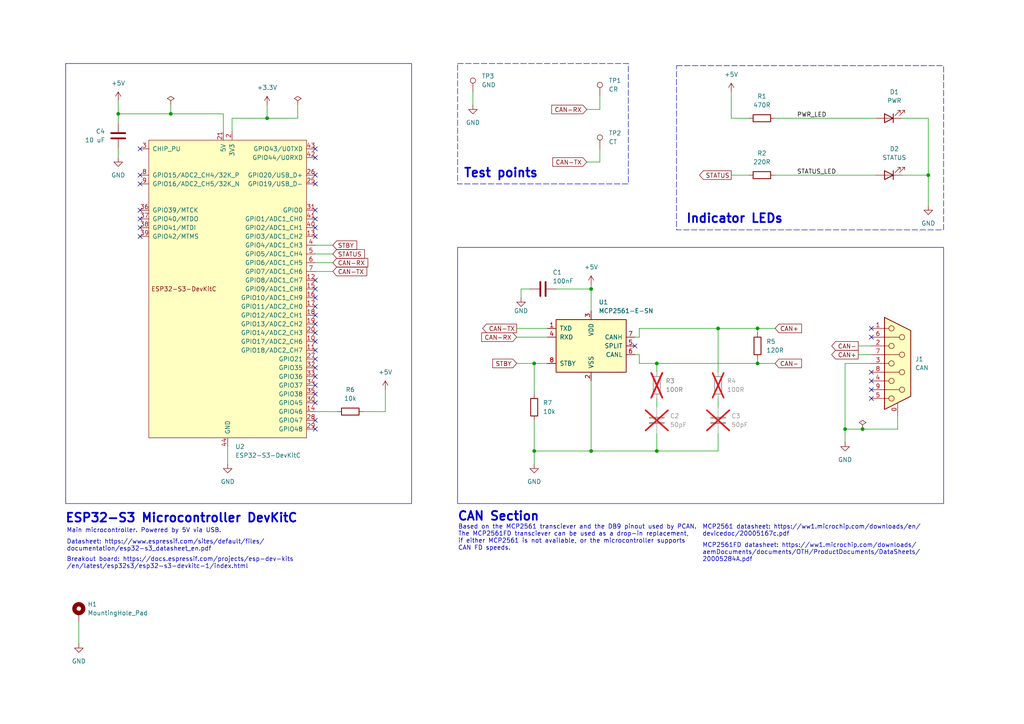
<source format=kicad_sch>
(kicad_sch (version 20250114) (generator "eeschema") (generator_version "9.0")
  (paper "A4")
  (title_block (title "CAN-DAQ PCB") (date "2024-12-23") (rev "1.0") (company "Vellore Institute of Technhology"))
  (lib_symbols
    (symbol "+5V_1" (power) (pin_numbers (hide yes)) (pin_names (offset 0) (hide yes))
      (property "Value" "+5V" (at 0 3.556 0))
      (symbol "+5V_1_0_1"
        (polyline (pts (xy -0.762 1.27) (xy 0 2.54)))
        (polyline (pts (xy 0 2.54) (xy 0.762 1.27)))
        (polyline (pts (xy 0 0) (xy 0 2.54)))
      )
      (symbol "+5V_1_1_1"
        (pin power_in line (at 0 0 90) (length 0) (name "~") (number "1"))
      )
    )
    (symbol "Connector:DE9_Receptacle_MountingHoles" (pin_names (offset 1.016) (hide yes))
      (property "Reference" "J" (at 0 16.51 0))
      (property "Value" "DE9_Receptacle_MountingHoles" (at 0 14.605 0))
      (symbol "DE9_Receptacle_MountingHoles_0_1"
        (polyline (pts (xy -3.81 13.335) (xy -3.81 -13.335) (xy 3.81 -9.525) (xy 3.81 9.525) (xy -3.81 13.335)) (stroke (width 0.254)) (fill (type background)))
        (polyline (pts (xy -3.81 10.16) (xy -2.54 10.16)))
        (polyline (pts (xy -3.81 7.62) (xy 0.508 7.62)))
        (polyline (pts (xy -3.81 5.08) (xy -2.54 5.08)))
        (polyline (pts (xy -3.81 2.54) (xy 0.508 2.54)))
        (polyline (pts (xy -3.81 0) (xy -2.54 0)))
        (polyline (pts (xy -3.81 -2.54) (xy 0.508 -2.54)))
        (polyline (pts (xy -3.81 -5.08) (xy -2.54 -5.08)))
        (polyline (pts (xy -3.81 -7.62) (xy 0.508 -7.62)))
        (polyline (pts (xy -3.81 -10.16) (xy -2.54 -10.16)))
        (circle (center -1.778 10.16) (radius 0.762))
        (circle (center -1.778 5.08) (radius 0.762))
        (circle (center -1.778 0) (radius 0.762))
        (circle (center -1.778 -5.08) (radius 0.762))
        (circle (center -1.778 -10.16) (radius 0.762))
        (circle (center 1.27 7.62) (radius 0.762))
        (circle (center 1.27 2.54) (radius 0.762))
        (circle (center 1.27 -2.54) (radius 0.762))
        (circle (center 1.27 -7.62) (radius 0.762))
      )
      (symbol "DE9_Receptacle_MountingHoles_1_1"
        (pin passive line (at -7.62 10.16 0) (length 3.81) (name "1") (number "1"))
        (pin passive line (at -7.62 7.62 0) (length 3.81) (name "6") (number "6"))
        (pin passive line (at -7.62 5.08 0) (length 3.81) (name "2") (number "2"))
        (pin passive line (at -7.62 2.54 0) (length 3.81) (name "7") (number "7"))
        (pin passive line (at -7.62 0 0) (length 3.81) (name "3") (number "3"))
        (pin passive line (at -7.62 -2.54 0) (length 3.81) (name "8") (number "8"))
        (pin passive line (at -7.62 -5.08 0) (length 3.81) (name "4") (number "4"))
        (pin passive line (at -7.62 -7.62 0) (length 3.81) (name "9") (number "9"))
        (pin passive line (at -7.62 -10.16 0) (length 3.81) (name "5") (number "5"))
        (pin passive line (at 0 -15.24 90) (length 3.81) (name "PAD") (number "0"))
      )
    )
    (symbol "Connector:TestPoint" (pin_numbers (hide yes)) (pin_names (offset 0.762) (hide yes))
      (property "Reference" "TP" (at 0 6.858 0))
      (property "Value" "TestPoint" (at 0 5.08 0))
      (symbol "TestPoint_0_1"
        (circle (center 0 3.302) (radius 0.762))
      )
      (symbol "TestPoint_1_1"
        (pin passive line (at 0 0 90) (length 2.54) (name "1") (number "1"))
      )
    )
    (symbol "Device:C" (pin_numbers (hide yes)) (pin_names (offset 0.254))
      (property "Reference" "C" (at 0.635 2.54 0))
      (property "Value" "C" (at 0.635 -2.54 0))
      (symbol "C_0_1"
        (polyline (pts (xy -2.032 0.762) (xy 2.032 0.762)) (stroke (width 0.508)))
        (polyline (pts (xy -2.032 -0.762) (xy 2.032 -0.762)) (stroke (width 0.508)))
      )
      (symbol "C_1_1"
        (pin passive line (at 0 3.81 270) (length 2.794) (name "~") (number "1"))
        (pin passive line (at 0 -3.81 90) (length 2.794) (name "~") (number "2"))
      )
    )
    (symbol "Device:LED" (pin_numbers (hide yes)) (pin_names (offset 1.016) (hide yes))
      (property "Reference" "D" (at 0 2.54 0))
      (property "Value" "LED" (at 0 -2.54 0))
      (symbol "LED_0_1"
        (polyline (pts (xy -3.048 -0.762) (xy -4.572 -2.286) (xy -3.81 -2.286) (xy -4.572 -2.286) (xy -4.572 -1.524)))
        (polyline (pts (xy -1.778 -0.762) (xy -3.302 -2.286) (xy -2.54 -2.286) (xy -3.302 -2.286) (xy -3.302 -1.524)))
        (polyline (pts (xy -1.27 0) (xy 1.27 0)))
        (polyline (pts (xy -1.27 -1.27) (xy -1.27 1.27)) (stroke (width 0.254)))
        (polyline (pts (xy 1.27 -1.27) (xy 1.27 1.27) (xy -1.27 0) (xy 1.27 -1.27)) (stroke (width 0.254)))
      )
      (symbol "LED_1_1"
        (pin passive line (at -3.81 0 0) (length 2.54) (name "K") (number "1"))
        (pin passive line (at 3.81 0 180) (length 2.54) (name "A") (number "2"))
      )
    )
    (symbol "Device:R" (pin_numbers (hide yes)) (pin_names (offset 0))
      (property "Reference" "R" (at 2.032 0 90))
      (property "Value" "R" (at 0 0 90))
      (symbol "R_0_1"
        (rectangle (start -1.016 -2.54) (end 1.016 2.54) (stroke (width 0.254)))
      )
      (symbol "R_1_1"
        (pin passive line (at 0 3.81 270) (length 1.27) (name "~") (number "1"))
        (pin passive line (at 0 -3.81 90) (length 1.27) (name "~") (number "2"))
      )
    )
    (symbol "GND_1" (power) (pin_numbers (hide yes)) (pin_names (offset 0) (hide yes))
      (property "Value" "GND" (at 0 -3.81 0))
      (symbol "GND_1_0_1"
        (polyline (pts (xy 0 0) (xy 0 -1.27) (xy 1.27 -1.27) (xy 0 -2.54) (xy -1.27 -1.27) (xy 0 -1.27)))
      )
      (symbol "GND_1_1_1"
        (pin power_in line (at 0 0 270) (length 0) (name "~") (number "1"))
      )
    )
    (symbol "Interface_CAN_LIN:MCP2561-E-SN" (pin_names (offset 1.016))
      (property "Reference" "U" (at -10.16 8.89 0))
      (property "Value" "MCP2561-E-SN" (at 2.54 8.89 0))
      (symbol "MCP2561-E-SN_0_1"
        (rectangle (start -10.16 7.62) (end 10.16 -7.62) (stroke (width 0.254)) (fill (type background)))
      )
      (symbol "MCP2561-E-SN_1_1"
        (pin input line (at -12.7 5.08 0) (length 2.54) (name "TXD") (number "1"))
        (pin output line (at -12.7 2.54 0) (length 2.54) (name "RXD") (number "4"))
        (pin input line (at -12.7 -5.08 0) (length 2.54) (name "STBY") (number "8"))
        (pin power_in line (at 0 10.16 270) (length 2.54) (name "VDD") (number "3"))
        (pin power_in line (at 0 -10.16 90) (length 2.54) (name "VSS") (number "2"))
        (pin bidirectional line (at 12.7 2.54 180) (length 2.54) (name "CANH") (number "7"))
        (pin passive line (at 12.7 0 180) (length 2.54) (name "SPLIT") (number "5"))
        (pin bidirectional line (at 12.7 -2.54 180) (length 2.54) (name "CANL") (number "6"))
      )
    )
    (symbol "Mechanical:MountingHole_Pad" (pin_numbers (hide yes)) (pin_names (offset 1.016) (hide yes)) (exclude_from_sim yes) (in_bom no)
      (property "Reference" "H" (at 0 6.35 0))
      (property "Value" "MountingHole_Pad" (at 0 4.445 0))
      (symbol "MountingHole_Pad_0_1"
        (circle (center 0 1.27) (radius 1.27) (stroke (width 1.27)))
      )
      (symbol "MountingHole_Pad_1_1"
        (pin input line (at 0 -2.54 90) (length 2.54) (name "1") (number "1"))
      )
    )
    (symbol "PCM_Espressif:ESP32-S3-DevKitC" (pin_names (offset 1.016))
      (property "Reference" "U" (at -22.86 48.26 0))
      (property "Value" "ESP32-S3-DevKitC" (at -22.86 45.72 0))
      (symbol "ESP32-S3-DevKitC_0_0"
        (text "ESP32-S3-DevKitC" (at -12.7 0 0) (effects (font (size 1.27 1.27))))
        (pin bidirectional line (at -25.4 15.24 0) (length 2.54) (name "GPIO42/MTMS") (number "39"))
        (pin power_in line (at 0 -45.72 90) (length 2.54) (name "GND") (number "44"))
        (pin bidirectional line (at 25.4 40.64 180) (length 2.54) (name "GPIO43/U0TXD") (number "43"))
        (pin bidirectional line (at 25.4 38.1 180) (length 2.54) (name "GPIO44/U0RXD") (number "42"))
        (pin bidirectional line (at 25.4 20.32 180) (length 2.54) (name "GPIO1/ADC1_CH0") (number "41"))
        (pin bidirectional line (at 25.4 17.78 180) (length 2.54) (name "GPIO2/ADC1_CH1") (number "40"))
        (pin bidirectional line (at 25.4 -10.16 180) (length 2.54) (name "GPIO13/ADC2_CH2") (number "19"))
        (pin bidirectional line (at 25.4 -35.56 180) (length 2.54) (name "GPIO46") (number "14"))
      )
      (symbol "ESP32-S3-DevKitC_0_1"
        (rectangle (start -22.86 43.18) (end 22.86 -43.18) (fill (type background)))
        (pin power_in line (at 1.27 45.72 270) (length 2.54) (name "3V3") (number "2"))
      )
      (symbol "ESP32-S3-DevKitC_1_1"
        (pin input line (at -25.4 40.64 0) (length 2.54) (name "CHIP_PU") (number "3"))
        (pin bidirectional line (at -25.4 33.02 0) (length 2.54) (name "GPIO15/ADC2_CH4/32K_P") (number "8"))
        (pin bidirectional line (at -25.4 30.48 0) (length 2.54) (name "GPIO16/ADC2_CH5/32K_N") (number "9"))
        (pin bidirectional line (at -25.4 22.86 0) (length 2.54) (name "GPIO39/MTCK") (number "36"))
        (pin bidirectional line (at -25.4 20.32 0) (length 2.54) (name "GPIO40/MTDO") (number "37"))
        (pin bidirectional line (at -25.4 17.78 0) (length 2.54) (name "GPIO41/MTDI") (number "38"))
        (pin power_in line (at -1.27 45.72 270) (length 2.54) (name "5V") (number "21"))
        (pin passive line (at 0 -45.72 90) (length 2.54) (hide yes) (name "GND") (number "22"))
        (pin passive line (at 0 -45.72 90) (length 2.54) (hide yes) (name "GND") (number "23"))
        (pin passive line (at 0 -45.72 90) (length 2.54) (hide yes) (name "GND") (number "24"))
        (pin passive line (at 1.27 45.72 270) (length 2.54) (hide yes) (name "3V3") (number "1"))
        (pin bidirectional line (at 25.4 33.02 180) (length 2.54) (name "GPIO20/USB_D+") (number "26"))
        (pin bidirectional line (at 25.4 30.48 180) (length 2.54) (name "GPIO19/USB_D-") (number "25"))
        (pin bidirectional line (at 25.4 22.86 180) (length 2.54) (name "GPIO0") (number "31"))
        (pin bidirectional line (at 25.4 15.24 180) (length 2.54) (name "GPIO3/ADC1_CH2") (number "13"))
        (pin bidirectional line (at 25.4 12.7 180) (length 2.54) (name "GPIO4/ADC1_CH3") (number "4"))
        (pin bidirectional line (at 25.4 10.16 180) (length 2.54) (name "GPIO5/ADC1_CH4") (number "5"))
        (pin bidirectional line (at 25.4 7.62 180) (length 2.54) (name "GPIO6/ADC1_CH5") (number "6"))
        (pin bidirectional line (at 25.4 5.08 180) (length 2.54) (name "GPIO7/ADC1_CH6") (number "7"))
        (pin bidirectional line (at 25.4 2.54 180) (length 2.54) (name "GPIO8/ADC1_CH7") (number "12"))
        (pin bidirectional line (at 25.4 0 180) (length 2.54) (name "GPIO9/ADC1_CH8") (number "15"))
        (pin bidirectional line (at 25.4 -2.54 180) (length 2.54) (name "GPIO10/ADC1_CH9") (number "16"))
        (pin bidirectional line (at 25.4 -5.08 180) (length 2.54) (name "GPIO11/ADC2_CH0") (number "17"))
        (pin bidirectional line (at 25.4 -7.62 180) (length 2.54) (name "GPIO12/ADC2_CH1") (number "18"))
        (pin bidirectional line (at 25.4 -12.7 180) (length 2.54) (name "GPIO14/ADC2_CH3") (number "20"))
        (pin bidirectional line (at 25.4 -15.24 180) (length 2.54) (name "GPIO17/ADC2_CH6") (number "10"))
        (pin bidirectional line (at 25.4 -17.78 180) (length 2.54) (name "GPIO18/ADC2_CH7") (number "11"))
        (pin bidirectional line (at 25.4 -20.32 180) (length 2.54) (name "GPIO21") (number "27"))
        (pin bidirectional line (at 25.4 -22.86 180) (length 2.54) (name "GPIO35") (number "32"))
        (pin bidirectional line (at 25.4 -25.4 180) (length 2.54) (name "GPIO36") (number "33"))
        (pin bidirectional line (at 25.4 -27.94 180) (length 2.54) (name "GPIO37") (number "34"))
        (pin bidirectional line (at 25.4 -30.48 180) (length 2.54) (name "GPIO38") (number "35"))
        (pin bidirectional line (at 25.4 -33.02 180) (length 2.54) (name "GPIO45") (number "30"))
        (pin bidirectional line (at 25.4 -38.1 180) (length 2.54) (name "GPIO47") (number "28"))
        (pin bidirectional line (at 25.4 -40.64 180) (length 2.54) (name "GPIO48") (number "29"))
      )
    )
    (symbol "power:+3.3V" (power) (pin_names (offset 0))
      (property "Value" "+3.3V" (at 0 3.556 0))
      (symbol "+3.3V_0_1"
        (polyline (pts (xy -0.762 1.27) (xy 0 2.54)))
        (polyline (pts (xy 0 2.54) (xy 0.762 1.27)))
        (polyline (pts (xy 0 0) (xy 0 2.54)))
      )
      (symbol "+3.3V_1_1"
        (pin power_in line (at 0 0 90) (length 0) (hide yes) (name "+3.3V") (number "1"))
      )
    )
    (symbol "power:+5V" (power) (pin_numbers (hide yes)) (pin_names (offset 0) (hide yes))
      (property "Value" "+5V" (at 0 3.556 0))
      (symbol "+5V_0_1"
        (polyline (pts (xy -0.762 1.27) (xy 0 2.54)))
        (polyline (pts (xy 0 2.54) (xy 0.762 1.27)))
        (polyline (pts (xy 0 0) (xy 0 2.54)))
      )
      (symbol "+5V_1_1"
        (pin power_in line (at 0 0 90) (length 0) (name "~") (number "1"))
      )
    )
    (symbol "power:GND" (power) (pin_numbers (hide yes)) (pin_names (offset 0) (hide yes))
      (property "Value" "GND" (at 0 -3.81 0))
      (symbol "GND_0_1"
        (polyline (pts (xy 0 0) (xy 0 -1.27) (xy 1.27 -1.27) (xy 0 -2.54) (xy -1.27 -1.27) (xy 0 -1.27)))
      )
      (symbol "GND_1_1"
        (pin power_in line (at 0 0 270) (length 0) (name "~") (number "1"))
      )
    )
    (symbol "power:PWR_FLAG" (power) (pin_numbers (hide yes)) (pin_names (offset 0) (hide yes))
      (property "Value" "PWR_FLAG" (at 0 3.81 0))
      (symbol "PWR_FLAG_0_0"
        (pin power_out line (at 0 0 90) (length 0) (name "~") (number "1"))
      )
      (symbol "PWR_FLAG_0_1"
        (polyline (pts (xy 0 0) (xy 0 1.27) (xy -1.016 1.905) (xy 0 2.54) (xy 1.016 1.905) (xy 0 1.27)))
      )
    )
  )
  (rectangle (start 196.215 19.05) (end 273.685 66.675) (stroke (width 0) (type dash)))
  (rectangle (start 19.05 18.415) (end 119.38 146.05))
  (rectangle (start 132.715 71.755) (end 273.685 146.05))
  (rectangle (start 132.715 18.415) (end 182.245 53.34) (stroke (width 0) (type dash)))
  (text "Main microcontroller. Powered by 5V via USB." (at 19.304 153.924 0) (effects (font (size 1.27 1.27) (thickness 0.1588)) (justify left)))
  (text "Based on the MCP2561 transciever and the DB9 pinout used by PCAN.\nThe MCP2561FD transciever can be used as a drop-in replacement,\nif either MCP2561 is not available, or the microcontroller supports\nCAN FD speeds." (at 132.842 155.956 0) (effects (font (size 1.27 1.27) (thickness 0.1588)) (justify left)))
  (text "CAN Section" (at 132.588 149.86 0) (effects (font (size 2.54 2.54) (thickness 0.508) (bold yes)) (justify left)))
  (text "Indicator LEDs" (at 198.882 63.5 0) (effects (font (size 2.54 2.54) (thickness 0.508) (bold yes)) (justify left)))
  (text "Datasheet: https://www.espressif.com/sites/default/files/\ndocumentation/esp32-s3_datasheet_en.pdf" (at 19.304 158.242 0) (effects (font (size 1.27 1.27) (thickness 0.1588)) (justify left)))
  (text "Breakout board: https://docs.espressif.com/projects/esp-dev-kits\n/en/latest/esp32s3/esp32-s3-devkitc-1/index.html" (at 19.304 163.322 0) (effects (font (size 1.27 1.27)) (justify left)))
  (text "MCP2561 datasheet: https://ww1.microchip.com/downloads/en/\ndevicedoc/20005167c.pdf" (at 203.708 153.924 0) (effects (font (size 1.27 1.27) (thickness 0.1588)) (justify left)))
  (text "MCP2561FD datasheet: https://ww1.microchip.com/downloads/\naemDocuments/documents/OTH/ProductDocuments/DataSheets/\n20005284A.pdf" (at 203.708 160.274 0) (effects (font (size 1.27 1.27)) (justify left)))
  (text "ESP32-S3 Microcontroller DevKitC" (at 18.796 150.368 0) (effects (font (size 2.54 2.54) (thickness 0.508) (bold yes)) (justify left)))
  (text "Test points" (at 134.366 50.292 0) (effects (font (size 2.54 2.54) (thickness 0.508) (bold yes)) (justify left)))
  (junction (at 77.47 34.29))
  (junction (at 208.28 95.25))
  (junction (at 171.45 83.82))
  (junction (at 190.5 130.81))
  (junction (at 49.53 33.02))
  (junction (at 171.45 130.81))
  (junction (at 245.11 124.46))
  (junction (at 190.5 105.41))
  (junction (at 269.24 50.8))
  (junction (at 219.71 95.25))
  (junction (at 154.94 130.81))
  (junction (at 250.19 124.46))
  (junction (at 154.94 105.41))
  (junction (at 34.29 33.02))
  (junction (at 219.71 105.41))
  (no_connect (at 91.44 60.96))
  (no_connect (at 91.44 81.28))
  (no_connect (at 91.44 93.98))
  (no_connect (at 252.73 113.03))
  (no_connect (at 91.44 88.9))
  (no_connect (at 91.44 50.8))
  (no_connect (at 40.64 50.8))
  (no_connect (at 40.64 63.5))
  (no_connect (at 91.44 116.84))
  (no_connect (at 91.44 91.44))
  (no_connect (at 91.44 109.22))
  (no_connect (at 91.44 43.18))
  (no_connect (at 91.44 124.46))
  (no_connect (at 40.64 60.96))
  (no_connect (at 252.73 110.49))
  (no_connect (at 91.44 68.58))
  (no_connect (at 91.44 121.92))
  (no_connect (at 252.73 97.79))
  (no_connect (at 40.64 68.58))
  (no_connect (at 91.44 101.6))
  (no_connect (at 91.44 53.34))
  (no_connect (at 252.73 95.25))
  (no_connect (at 91.44 63.5))
  (no_connect (at 184.15 100.33))
  (no_connect (at 91.44 106.68))
  (no_connect (at 40.64 43.18))
  (no_connect (at 252.73 115.57))
  (no_connect (at 91.44 114.3))
  (no_connect (at 40.64 66.04))
  (no_connect (at 91.44 45.72))
  (no_connect (at 91.44 96.52))
  (no_connect (at 91.44 66.04))
  (no_connect (at 91.44 86.36))
  (no_connect (at 40.64 53.34))
  (no_connect (at 91.44 104.14))
  (no_connect (at 91.44 111.76))
  (no_connect (at 91.44 99.06))
  (no_connect (at 91.44 83.82))
  (no_connect (at 252.73 107.95))
  (wire (pts (xy 149.86 105.41) (xy 154.94 105.41)))
  (wire (pts (xy 34.29 33.02) (xy 49.53 33.02)))
  (wire (pts (xy 219.71 95.25) (xy 224.79 95.25)))
  (wire (pts (xy 49.53 33.02) (xy 49.53 30.48)))
  (wire (pts (xy 171.45 82.55) (xy 171.45 83.82)))
  (wire (pts (xy 49.53 33.02) (xy 64.77 33.02)))
  (wire (pts (xy 173.99 31.75) (xy 173.99 27.94)))
  (wire (pts (xy 212.09 50.8) (xy 217.17 50.8)))
  (wire (pts (xy 219.71 95.25) (xy 219.71 96.52)))
  (wire (pts (xy 154.94 130.81) (xy 154.94 134.62)))
  (wire (pts (xy 245.11 105.41) (xy 252.73 105.41)))
  (wire (pts (xy 91.44 73.66) (xy 96.52 73.66)))
  (wire (pts (xy 185.42 105.41) (xy 185.42 102.87)))
  (wire (pts (xy 34.29 33.02) (xy 34.29 29.21)))
  (wire (pts (xy 34.29 33.02) (xy 34.29 35.56)))
  (wire (pts (xy 219.71 105.41) (xy 224.79 105.41)))
  (wire (pts (xy 77.47 34.29) (xy 86.36 34.29)))
  (wire (pts (xy 248.92 102.87) (xy 252.73 102.87)))
  (wire (pts (xy 137.16 26.67) (xy 137.16 30.48)))
  (wire (pts (xy 149.86 95.25) (xy 158.75 95.25)))
  (wire (pts (xy 190.5 105.41) (xy 190.5 107.95)))
  (wire (pts (xy 185.42 105.41) (xy 190.5 105.41)))
  (wire (pts (xy 261.62 50.8) (xy 269.24 50.8)))
  (wire (pts (xy 173.99 46.99) (xy 173.99 43.18)))
  (wire (pts (xy 269.24 50.8) (xy 269.24 59.69)))
  (wire (pts (xy 190.5 130.81) (xy 208.28 130.81)))
  (wire (pts (xy 171.45 110.49) (xy 171.45 130.81)))
  (wire (pts (xy 91.44 119.38) (xy 97.79 119.38)))
  (wire (pts (xy 154.94 121.92) (xy 154.94 130.81)))
  (wire (pts (xy 185.42 95.25) (xy 185.42 97.79)))
  (wire (pts (xy 170.18 46.99) (xy 173.99 46.99)))
  (wire (pts (xy 66.04 129.54) (xy 66.04 134.62)))
  (wire (pts (xy 170.18 31.75) (xy 173.99 31.75)))
  (wire (pts (xy 208.28 95.25) (xy 219.71 95.25)))
  (wire (pts (xy 149.86 97.79) (xy 158.75 97.79)))
  (wire (pts (xy 260.35 124.46) (xy 260.35 120.65)))
  (wire (pts (xy 190.5 115.57) (xy 190.5 118.11)))
  (wire (pts (xy 184.15 102.87) (xy 185.42 102.87)))
  (wire (pts (xy 22.86 180.34) (xy 22.86 186.69)))
  (wire (pts (xy 151.13 86.36) (xy 151.13 83.82)))
  (wire (pts (xy 96.52 76.2) (xy 91.44 76.2)))
  (wire (pts (xy 190.5 125.73) (xy 190.5 130.81)))
  (wire (pts (xy 151.13 83.82) (xy 153.67 83.82)))
  (wire (pts (xy 245.11 124.46) (xy 245.11 105.41)))
  (wire (pts (xy 224.79 50.8) (xy 254 50.8)))
  (wire (pts (xy 105.41 119.38) (xy 111.76 119.38)))
  (wire (pts (xy 190.5 105.41) (xy 219.71 105.41)))
  (wire (pts (xy 34.29 43.18) (xy 34.29 45.72)))
  (wire (pts (xy 261.62 34.29) (xy 269.24 34.29)))
  (wire (pts (xy 208.28 115.57) (xy 208.28 118.11)))
  (wire (pts (xy 86.36 34.29) (xy 86.36 30.48)))
  (wire (pts (xy 224.79 34.29) (xy 254 34.29)))
  (wire (pts (xy 245.11 128.27) (xy 245.11 124.46)))
  (wire (pts (xy 219.71 105.41) (xy 219.71 104.14)))
  (wire (pts (xy 96.52 78.74) (xy 91.44 78.74)))
  (wire (pts (xy 154.94 105.41) (xy 158.75 105.41)))
  (wire (pts (xy 185.42 95.25) (xy 208.28 95.25)))
  (wire (pts (xy 208.28 95.25) (xy 208.28 107.95)))
  (wire (pts (xy 269.24 34.29) (xy 269.24 50.8)))
  (wire (pts (xy 245.11 124.46) (xy 250.19 124.46)))
  (wire (pts (xy 212.09 26.67) (xy 212.09 34.29)))
  (wire (pts (xy 154.94 130.81) (xy 171.45 130.81)))
  (wire (pts (xy 248.92 100.33) (xy 252.73 100.33)))
  (wire (pts (xy 171.45 83.82) (xy 171.45 90.17)))
  (wire (pts (xy 64.77 33.02) (xy 64.77 38.1)))
  (wire (pts (xy 161.29 83.82) (xy 171.45 83.82)))
  (wire (pts (xy 77.47 34.29) (xy 67.31 34.29)))
  (wire (pts (xy 250.19 124.46) (xy 260.35 124.46)))
  (wire (pts (xy 67.31 34.29) (xy 67.31 38.1)))
  (wire (pts (xy 154.94 105.41) (xy 154.94 114.3)))
  (wire (pts (xy 91.44 71.12) (xy 96.52 71.12)))
  (wire (pts (xy 208.28 130.81) (xy 208.28 125.73)))
  (wire (pts (xy 77.47 34.29) (xy 77.47 30.48)))
  (wire (pts (xy 184.15 97.79) (xy 185.42 97.79)))
  (wire (pts (xy 171.45 130.81) (xy 190.5 130.81)))
  (wire (pts (xy 111.76 119.38) (xy 111.76 113.03)))
  (wire (pts (xy 212.09 34.29) (xy 217.17 34.29)))
  (label "PWR_LED" (at 231.14 34.29 0))
  (label "STATUS_LED" (at 231.14 50.8 0))
  (global_label "CAN-" (shape output) (at 248.92 100.33 180) (property "Intersheetrefs" "${INTERSHEET_REFS}" (effects (hide yes))))
  (global_label "CAN+" (shape input) (at 224.79 95.25 0) (property "Intersheetrefs" "${INTERSHEET_REFS}" (effects (hide yes))))
  (global_label "CAN-" (shape input) (at 224.79 105.41 0) (property "Intersheetrefs" "${INTERSHEET_REFS}" (effects (hide yes))))
  (global_label "CAN-TX" (shape output) (at 149.86 95.25 180) (property "Intersheetrefs" "${INTERSHEET_REFS}" (effects (hide yes))))
  (global_label "CAN-RX" (shape input) (at 96.52 76.2 0) (property "Intersheetrefs" "${INTERSHEET_REFS}" (effects (hide yes))))
  (global_label "CAN-RX" (shape input) (at 170.18 31.75 180) (property "Intersheetrefs" "${INTERSHEET_REFS}" (effects (hide yes))))
  (global_label "STBY" (shape input) (at 96.52 71.12 0) (property "Intersheetrefs" "${INTERSHEET_REFS}" (effects (hide yes))))
  (global_label "CAN-RX" (shape input) (at 149.86 97.79 180) (property "Intersheetrefs" "${INTERSHEET_REFS}" (effects (hide yes))))
  (global_label "STBY" (shape input) (at 149.86 105.41 180) (property "Intersheetrefs" "${INTERSHEET_REFS}" (effects (hide yes))))
  (global_label "STATUS" (shape input) (at 96.52 73.66 0) (property "Intersheetrefs" "${INTERSHEET_REFS}" (effects (hide yes))))
  (global_label "CAN-TX" (shape input) (at 96.52 78.74 0) (property "Intersheetrefs" "${INTERSHEET_REFS}" (effects (hide yes))))
  (global_label "STATUS" (shape output) (at 212.09 50.8 180) (property "Intersheetrefs" "${INTERSHEET_REFS}" (effects (hide yes))))
  (global_label "CAN-TX" (shape input) (at 170.18 46.99 180) (property "Intersheetrefs" "${INTERSHEET_REFS}" (effects (hide yes))))
  (global_label "CAN+" (shape output) (at 248.92 102.87 180) (property "Intersheetrefs" "${INTERSHEET_REFS}" (effects (hide yes))))
  (symbol (lib_name "+5V_1") (lib_id "power:+5V") (at 111.76 113.03 0) (unit 1)
    (property "Reference" "#PWR010" (effects (hide yes)))
    (property "Value" "+5V" (at 111.76 107.95 0))
    (property "Description" "Power symbol creates a global label with name \"+5V\"" (effects (hide yes)))
  )
  (symbol (lib_id "power:GND") (at 22.86 186.69 0) (unit 1)
    (property "Reference" "#PWR011" (effects (hide yes)))
    (property "Value" "GND" (at 22.86 191.77 0))
    (property "Description" "Power symbol creates a global label with name \"GND\" , ground" (effects (hide yes)))
  )
  (symbol (lib_id "power:PWR_FLAG") (at 49.53 30.48 0) (unit 1)
    (property "Reference" "#FLG02" (effects (hide yes)))
    (property "Value" "PWR_FLAG" (effects (hide yes)))
  )
  (symbol (lib_id "power:+3.3V") (at 77.47 30.48 0) (unit 1)
    (property "Reference" "#PWR09" (effects (hide yes)))
    (property "Value" "+3.3V" (at 77.47 25.4 0))
  )
  (symbol (lib_id "power:+5V") (at 212.09 26.67 0) (unit 1)
    (property "Reference" "#PWR01" (effects (hide yes)))
    (property "Value" "+5V" (at 212.09 21.59 0))
    (property "Description" "Power symbol creates a global label with name \"+5V\"" (effects (hide yes)))
  )
  (symbol (lib_id "power:GND") (at 269.24 59.69 0) (unit 1)
    (property "Reference" "#PWR03" (effects (hide yes)))
    (property "Value" "GND" (at 269.24 64.77 0))
    (property "Description" "Power symbol creates a global label with name \"GND\" , ground" (effects (hide yes)))
  )
  (symbol (lib_id "Device:R") (at 101.6 119.38 90) (unit 1)
    (property "Reference" "R6" (at 101.6 113.03 90))
    (property "Value" "10k" (at 101.6 115.57 90))
    (property "Footprint" "Resistor_SMD:R_1206_3216Metric_Pad1.30x1.75mm_HandSolder" (effects (hide yes)))
    (property "Description" "Resistor" (effects (hide yes)))
    (property "JLC" "C17902" (effects (hide yes)))
    (property "MPN" "1206W4F1002T5E" (effects (hide yes)))
  )
  (symbol (lib_id "Interface_CAN_LIN:MCP2561-E-SN") (at 171.45 100.33 0) (unit 1)
    (property "Reference" "U1" (at 173.6441 87.63 0) (effects (justify left)))
    (property "Value" "MCP2561-E-SN" (at 173.6441 90.17 0) (effects (justify left)))
    (property "Footprint" "Package_SO:SOIC-8_3.9x4.9mm_P1.27mm" (effects (hide yes)))
    (property "Datasheet" "http://ww1.microchip.com/downloads/en/DeviceDoc/25167A.pdf" (effects (hide yes)))
    (property "Description" "High-Speed CAN Transceiver, 1Mbps, 5V supply, SPLIT pin, -40C to +125C, SOIC-8" (effects (hide yes)))
    (property "JLC" "C219833" (effects (hide yes)))
    (property "MPN" "MCP2561-E/SN" (effects (hide yes)))
  )
  (symbol (lib_id "Device:R") (at 154.94 118.11 0) (unit 1)
    (property "Reference" "R7" (at 157.48 116.8399 0) (effects (justify left)))
    (property "Value" "10k" (at 157.48 119.3799 0) (effects (justify left)))
    (property "Footprint" "Resistor_SMD:R_1206_3216Metric_Pad1.30x1.75mm_HandSolder" (effects (hide yes)))
    (property "Description" "Resistor" (effects (hide yes)))
    (property "JLC" "C17902" (effects (hide yes)))
    (property "MPN" "1206W4F1002T5E" (effects (hide yes)))
  )
  (symbol (lib_id "power:GND") (at 137.16 30.48 0) (unit 1)
    (property "Reference" "#PWR012" (effects (hide yes)))
    (property "Value" "GND" (at 137.16 35.56 0))
    (property "Description" "Power symbol creates a global label with name \"GND\" , ground" (effects (hide yes)))
  )
  (symbol (lib_id "power:GND") (at 154.94 134.62 0) (unit 1)
    (property "Reference" "#PWR05" (effects (hide yes)))
    (property "Value" "GND" (at 154.94 139.7 0))
    (property "Description" "Power symbol creates a global label with name \"GND\" , ground" (effects (hide yes)))
  )
  (symbol (lib_id "Device:C") (at 208.28 121.92 0) (unit 1) (dnp yes)
    (property "Reference" "C3" (at 212.09 120.6499 0) (effects (justify left)))
    (property "Value" "50pF" (at 212.09 123.1899 0) (effects (justify left)))
    (property "Footprint" "Capacitor_SMD:C_1206_3216Metric_Pad1.33x1.80mm_HandSolder" (effects (hide yes)))
    (property "Description" "Unpolarized capacitor" (effects (hide yes)))
    (property "JLC" "C5137553" (effects (hide yes)))
    (property "MPN" "FCC1206N470J102DT" (effects (hide yes)))
  )
  (symbol (lib_id "power:+5V") (at 171.45 82.55 0) (unit 1)
    (property "Reference" "#PWR04" (effects (hide yes)))
    (property "Value" "+5V" (at 171.45 77.47 0))
    (property "Description" "Power symbol creates a global label with name \"+5V\"" (effects (hide yes)))
  )
  (symbol (lib_id "power:GND") (at 34.29 45.72 0) (unit 1)
    (property "Reference" "#PWR07" (effects (hide yes)))
    (property "Value" "GND" (at 34.29 50.8 0))
  )
  (symbol (lib_id "Connector:DE9_Receptacle_MountingHoles") (at 260.35 105.41 0) (unit 1)
    (property "Reference" "J1" (at 265.43 104.1399 0) (effects (justify left)))
    (property "Value" "CAN" (at 265.43 106.6799 0) (effects (justify left)))
    (property "Footprint" "Connector_Dsub:DSUB-9_Female_Horizontal_P2.77x2.84mm_EdgePinOffset4.94mm_Housed_MountingHolesOffset7.48mm" (effects (hide yes)))
    (property "Description" "9-pin female receptacle socket D-SUB connector, Mounting Hole" (effects (hide yes)))
    (property "JLC" "C75749" (effects (hide yes)))
    (property "MPN" "DS1037-09FNAKT74-0CC" (effects (hide yes)))
  )
  (symbol (lib_id "power:GND") (at 151.13 86.36 0) (unit 1)
    (property "Reference" "#PWR013" (effects (hide yes)))
    (property "Value" "GND" (at 151.13 90.17 0))
    (property "Description" "Power symbol creates a global label with name \"GND\" , ground" (effects (hide yes)))
  )
  (symbol (lib_id "power:PWR_FLAG") (at 86.36 30.48 0) (unit 1)
    (property "Reference" "#FLG03" (effects (hide yes)))
    (property "Value" "PWR_FLAG" (effects (hide yes)))
  )
  (symbol (lib_id "Device:R") (at 190.5 111.76 0) (unit 1) (dnp yes)
    (property "Reference" "R3" (at 193.04 110.4899 0) (effects (justify left)))
    (property "Value" "100R" (at 193.04 113.0299 0) (effects (justify left)))
    (property "Footprint" "Resistor_SMD:R_1206_3216Metric_Pad1.30x1.75mm_HandSolder" (effects (hide yes)))
    (property "Description" "Resistor" (effects (hide yes)))
    (property "JLC" "C17901" (effects (hide yes)))
    (property "MPN" "1206W4F1000T5E" (effects (hide yes)))
  )
  (symbol (lib_id "Device:C") (at 34.29 39.37 0) (unit 1)
    (property "Reference" "C4" (at 30.48 38.1 0) (effects (justify right)))
    (property "Value" "10 uF" (at 30.48 40.64 0) (effects (justify right)))
    (property "Footprint" "Capacitor_SMD:C_1206_3216Metric_Pad1.33x1.80mm_HandSolder" (effects (hide yes)))
    (property "Description" "Unpolarized capacitor" (effects (hide yes)))
    (property "JLC" "C13585" (effects (hide yes)))
    (property "MPN" "CL31A106KBHNNNE" (effects (hide yes)))
  )
  (symbol (lib_id "Connector:TestPoint") (at 173.99 27.94 0) (unit 1) (in_bom no)
    (property "Reference" "TP1" (at 176.53 23.3679 0) (effects (justify left)))
    (property "Value" "CR" (at 176.53 25.9079 0) (effects (justify left)))
    (property "Footprint" "TestPoint:TestPoint_THTPad_1.0x1.0mm_Drill0.5mm" (effects (hide yes)))
    (property "Description" "test point" (effects (hide yes)))
  )
  (symbol (lib_id "Device:R") (at 220.98 50.8 90) (unit 1)
    (property "Reference" "R2" (at 220.98 44.45 90))
    (property "Value" "220R" (at 220.98 46.99 90))
    (property "Footprint" "Resistor_SMD:R_1206_3216Metric_Pad1.30x1.75mm_HandSolder" (effects (hide yes)))
    (property "Description" "Resistor" (effects (hide yes)))
    (property "JLC" "C25363" (effects (hide yes)))
    (property "MPN" "1206W4J0221T5E" (effects (hide yes)))
  )
  (symbol (lib_id "power:+5V") (at 34.29 29.21 0) (unit 1)
    (property "Reference" "#PWR06" (effects (hide yes)))
    (property "Value" "+5V" (at 34.29 24.13 0))
  )
  (symbol (lib_id "Device:R") (at 208.28 111.76 0) (unit 1) (dnp yes)
    (property "Reference" "R4" (at 210.82 110.4899 0) (effects (justify left)))
    (property "Value" "100R" (at 210.82 113.0299 0) (effects (justify left)))
    (property "Footprint" "Resistor_SMD:R_1206_3216Metric_Pad1.30x1.75mm_HandSolder" (effects (hide yes)))
    (property "Description" "Resistor" (effects (hide yes)))
    (property "JLC" "C17901" (effects (hide yes)))
    (property "MPN" "1206W4F1000T5E" (effects (hide yes)))
  )
  (symbol (lib_id "Mechanical:MountingHole_Pad") (at 22.86 177.8 0) (unit 1) (exclude_from_sim yes) (in_bom no)
    (property "Reference" "H1" (at 25.4 175.2599 0) (effects (justify left)))
    (property "Value" "MountingHole_Pad" (at 25.4 177.7999 0) (effects (justify left)))
    (property "Footprint" "MountingHole:MountingHole_3.2mm_M3_Pad_Via" (effects (hide yes)))
    (property "Description" "Mounting Hole with connection" (effects (hide yes)))
  )
  (symbol (lib_id "Connector:TestPoint") (at 173.99 43.18 0) (unit 1) (in_bom no)
    (property "Reference" "TP2" (at 176.53 38.6079 0) (effects (justify left)))
    (property "Value" "CT" (at 176.53 41.1479 0) (effects (justify left)))
    (property "Footprint" "TestPoint:TestPoint_THTPad_1.0x1.0mm_Drill0.5mm" (effects (hide yes)))
    (property "Description" "test point" (effects (hide yes)))
  )
  (symbol (lib_id "Device:R") (at 219.71 100.33 0) (unit 1)
    (property "Reference" "R5" (at 222.25 99.0599 0) (effects (justify left)))
    (property "Value" "120R" (at 222.25 101.5999 0) (effects (justify left)))
    (property "Footprint" "Resistor_SMD:R_1206_3216Metric_Pad1.30x1.75mm_HandSolder" (effects (hide yes)))
    (property "Description" "Resistor" (effects (hide yes)))
    (property "JLC" "C17909" (effects (hide yes)))
    (property "MPN" "1206W4F1200T5E" (effects (hide yes)))
  )
  (symbol (lib_id "power:PWR_FLAG") (at 250.19 124.46 0) (unit 1)
    (property "Reference" "#FLG01" (effects (hide yes)))
    (property "Value" "PWR_FLAG" (effects (hide yes)))
    (property "Description" "Special symbol for telling ERC where power comes from" (effects (hide yes)))
  )
  (symbol (lib_id "PCM_Espressif:ESP32-S3-DevKitC") (at 66.04 83.82 0) (unit 1)
    (property "Reference" "U2" (at 68.2341 129.54 0) (effects (justify left)))
    (property "Value" "ESP32-S3-DevKitC" (at 68.2341 132.08 0) (effects (justify left)))
    (property "Footprint" "PCM_Espressif:ESP32-S3-DevKitC" (effects (hide yes)))
    (property "Datasheet" "https://www.espressif.com/sites/default/files/documentation/esp32-s3_datasheet_en.pdf" (effects (hide yes)))
    (property "Description" "ESP32-S3-DevKitC" (effects (hide yes)))
    (property "Symbol Library" "https://github.com/espressif/kicad-libraries" (effects (hide yes)))
    (property "JLC" "C20438410" (effects (hide yes)))
    (property "MPN" "ESP32-S3-DEVKITC-1-N8" (effects (hide yes)))
  )
  (symbol (lib_id "Device:C") (at 190.5 121.92 0) (unit 1) (dnp yes)
    (property "Reference" "C2" (at 194.31 120.6499 0) (effects (justify left)))
    (property "Value" "50pF" (at 194.31 123.1899 0) (effects (justify left)))
    (property "Footprint" "Capacitor_SMD:C_1206_3216Metric_Pad1.33x1.80mm_HandSolder" (effects (hide yes)))
    (property "Description" "Unpolarized capacitor" (effects (hide yes)))
    (property "JLC" "C5137553" (effects (hide yes)))
    (property "MPN" "FCC1206N470J102DT" (effects (hide yes)))
  )
  (symbol (lib_id "Device:C") (at 157.48 83.82 270) (unit 1)
    (property "Reference" "C1" (at 160.274 78.994 90) (effects (justify left)))
    (property "Value" "100nF" (at 160.274 81.534 90) (effects (justify left)))
    (property "Footprint" "Capacitor_SMD:C_0805_2012Metric_Pad1.18x1.45mm_HandSolder" (effects (hide yes)))
    (property "Description" "Unpolarized capacitor" (effects (hide yes)))
    (property "JLC" "C49678" (effects (hide yes)))
    (property "MPN" "CC0805KRX7R9BB104" (effects (hide yes)))
  )
  (symbol (lib_id "Device:LED") (at 257.81 34.29 180) (unit 1)
    (property "Reference" "D1" (at 259.3975 26.67 0))
    (property "Value" "PWR" (at 259.3975 29.21 0))
    (property "Footprint" "LED_THT:LED_D3.0mm" (effects (hide yes)))
    (property "Description" "Light emitting diode" (effects (hide yes)))
    (property "JLC" "C779429" (effects (hide yes)))
    (property "MPN" "TZ-L2-03YYBR2RDJ30-003" (effects (hide yes)))
  )
  (symbol (lib_id "power:GND") (at 245.11 128.27 0) (unit 1)
    (property "Reference" "#PWR02" (effects (hide yes)))
    (property "Value" "GND" (at 245.11 133.35 0))
    (property "Description" "Power symbol creates a global label with name \"GND\" , ground" (effects (hide yes)))
  )
  (symbol (lib_id "Connector:TestPoint") (at 137.16 26.67 0) (unit 1) (in_bom no)
    (property "Reference" "TP3" (at 139.7 22.0979 0) (effects (justify left)))
    (property "Value" "GND" (at 139.7 24.6379 0) (effects (justify left)))
    (property "Footprint" "TestPoint:TestPoint_THTPad_1.0x1.0mm_Drill0.5mm" (effects (hide yes)))
    (property "Description" "test point" (effects (hide yes)))
  )
  (symbol (lib_id "Device:R") (at 220.98 34.29 90) (unit 1)
    (property "Reference" "R1" (at 220.98 27.94 90))
    (property "Value" "470R" (at 220.98 30.48 90))
    (property "Footprint" "Resistor_SMD:R_1206_3216Metric_Pad1.30x1.75mm_HandSolder" (effects (hide yes)))
    (property "Description" "Resistor" (effects (hide yes)))
    (property "JLC" "C114945" (effects (hide yes)))
    (property "MPN" "RC1206FR-07470RL" (effects (hide yes)))
  )
  (symbol (lib_id "Device:LED") (at 257.81 50.8 180) (unit 1)
    (property "Reference" "D2" (at 259.3975 43.18 0))
    (property "Value" "STATUS" (at 259.3975 45.72 0))
    (property "Footprint" "LED_THT:LED_D3.0mm" (effects (hide yes)))
    (property "Description" "Light emitting diode" (effects (hide yes)))
    (property "JLC" "C330760" (effects (hide yes)))
    (property "MPN" "TJ-L3FYTGCBMCGSFLC6B-A5" (effects (hide yes)))
  )
  (symbol (lib_name "GND_1") (lib_id "power:GND") (at 66.04 134.62 0) (unit 1)
    (property "Reference" "#PWR08" (effects (hide yes)))
    (property "Value" "GND" (at 66.04 139.7 0))
    (property "Description" "Power symbol creates a global label with name \"GND\" , ground" (effects (hide yes)))
  )
)
</source>
